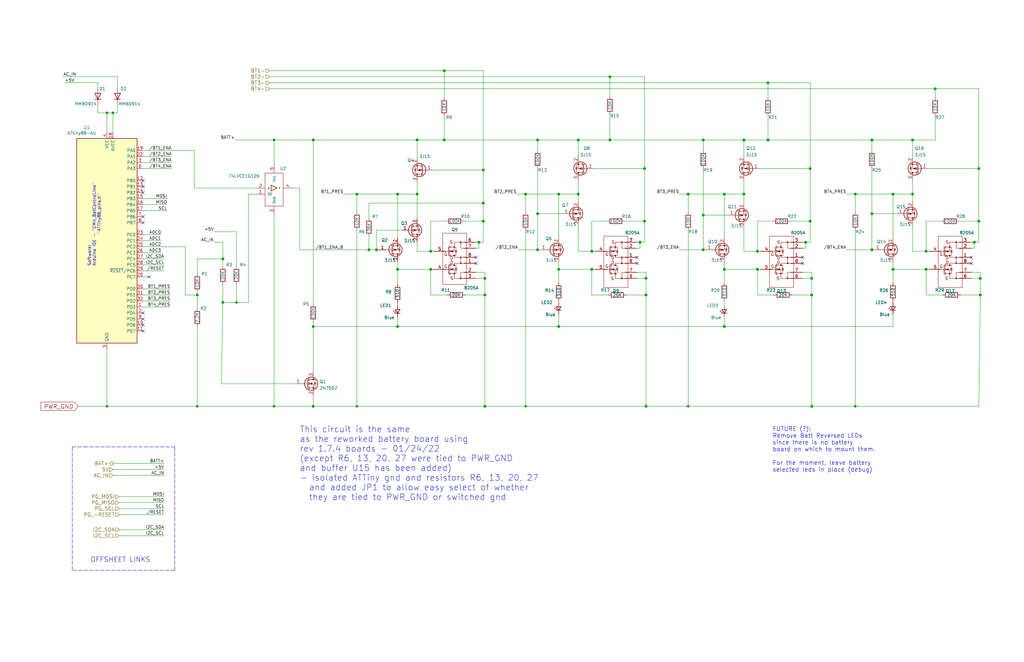
<source format=kicad_sch>
(kicad_sch (version 20211123) (generator eeschema)
  (paper "B")
  (title_block (title "ConnectBox CM4 for China Case") (date "2022-03-25") (rev "1.8.2") (comment 1 "JRA"))
  (junction (at 132.08 171.45) (diameter 1.016))
  (junction (at 93.98 127.635) (diameter 1.016))
  (junction (at 271.78 93.345) (diameter 1.016))
  (junction (at 390.525 106.045) (diameter 1.016))
  (junction (at 272.415 171.45) (diameter 1.016))
  (junction (at 187.325 59.055) (diameter 1.016))
  (junction (at 235.585 81.915) (diameter 1.016))
  (junction (at 313.69 59.055) (diameter 1.016))
  (junction (at 269.875 102.235) (diameter 1.016))
  (junction (at 296.545 105.41) (diameter 1.016))
  (junction (at 257.175 59.055) (diameter 1.016))
  (junction (at 319.405 106.045) (diameter 1.016))
  (junction (at 290.195 171.45))
  (junction (at 412.75 93.345) (diameter 1.016))
  (junction (at 342.265 117.475) (diameter 1.016))
  (junction (at 99.695 127.635))
  (junction (at 323.85 59.055) (diameter 1.016))
  (junction (at 412.75 71.12) (diameter 1.016))
  (junction (at 203.835 93.345) (diameter 1.016))
  (junction (at 93.98 109.22) (diameter 1.016))
  (junction (at 384.81 59.055) (diameter 1.016))
  (junction (at 272.415 124.46) (diameter 1.016))
  (junction (at 175.895 81.915) (diameter 1.016))
  (junction (at 181.61 113.665) (diameter 1.016))
  (junction (at 155.575 105.41) (diameter 1.016))
  (junction (at 342.265 124.46) (diameter 1.016))
  (junction (at 175.895 59.055) (diameter 1.016))
  (junction (at 226.695 90.17) (diameter 1.016))
  (junction (at 342.265 171.45) (diameter 1.016))
  (junction (at 305.435 137.795) (diameter 1.016))
  (junction (at 45.085 171.45))
  (junction (at 339.725 102.235) (diameter 1.016))
  (junction (at 45.085 47.625))
  (junction (at 158.75 105.41) (diameter 1.016))
  (junction (at 47.625 47.625))
  (junction (at 235.585 137.795) (diameter 1.016))
  (junction (at 221.615 171.45))
  (junction (at 367.665 105.41) (diameter 1.016))
  (junction (at 296.545 59.055) (diameter 1.016))
  (junction (at 305.435 81.915) (diameter 1.016))
  (junction (at 319.405 113.665) (diameter 1.016))
  (junction (at 360.68 81.915) (diameter 1.016))
  (junction (at 83.185 124.46) (diameter 1.016))
  (junction (at 204.47 171.45) (diameter 1.016))
  (junction (at 167.64 137.795) (diameter 1.016))
  (junction (at 341.63 93.345) (diameter 1.016))
  (junction (at 367.665 59.055) (diameter 1.016))
  (junction (at 243.84 59.055) (diameter 1.016))
  (junction (at 323.85 34.925) (diameter 1.016))
  (junction (at 203.835 71.755) (diameter 1.016))
  (junction (at 296.545 90.805) (diameter 1.016))
  (junction (at 305.435 113.665) (diameter 1.016))
  (junction (at 226.695 59.055) (diameter 1.016))
  (junction (at 203.835 85.725) (diameter 1.016))
  (junction (at 384.81 81.915) (diameter 1.016))
  (junction (at 167.64 113.665) (diameter 1.016))
  (junction (at 257.175 32.385) (diameter 1.016))
  (junction (at 271.78 71.12) (diameter 1.016))
  (junction (at 181.61 106.045) (diameter 1.016))
  (junction (at 376.555 81.915) (diameter 1.016))
  (junction (at 115.57 171.45))
  (junction (at 150.495 81.915) (diameter 1.016))
  (junction (at 132.08 137.795) (diameter 1.016))
  (junction (at 390.525 113.665) (diameter 1.016))
  (junction (at 249.555 113.665) (diameter 1.016))
  (junction (at 341.63 71.12) (diameter 1.016))
  (junction (at 132.08 59.055) (diameter 1.016))
  (junction (at 201.93 102.235) (diameter 1.016))
  (junction (at 413.385 124.46) (diameter 1.016))
  (junction (at 187.325 29.845) (diameter 1.016))
  (junction (at 376.555 113.665) (diameter 1.016))
  (junction (at 243.84 81.915) (diameter 1.016))
  (junction (at 235.585 113.665) (diameter 1.016))
  (junction (at 360.68 171.45))
  (junction (at 83.185 171.45))
  (junction (at 272.415 117.475) (diameter 1.016))
  (junction (at 115.57 59.055))
  (junction (at 367.665 90.17) (diameter 1.016))
  (junction (at 290.195 81.915) (diameter 1.016))
  (junction (at 167.64 81.915) (diameter 1.016))
  (junction (at 226.695 105.41) (diameter 1.016))
  (junction (at 394.335 37.465) (diameter 1.016))
  (junction (at 410.845 102.235) (diameter 1.016))
  (junction (at 204.47 117.475) (diameter 1.016))
  (junction (at 150.495 171.45))
  (junction (at 313.69 81.915) (diameter 1.016))
  (junction (at 413.385 117.475) (diameter 1.016))
  (junction (at 221.615 81.915) (diameter 1.016))
  (junction (at 249.555 106.045) (diameter 1.016))
  (junction (at 204.47 124.46) (diameter 1.016))
  (no_connect (at 200.66 111.125))
  (no_connect (at 60.325 139.7))
  (no_connect (at 200.66 108.585))
  (no_connect (at 409.575 111.125))
  (no_connect (at 268.605 111.125))
  (no_connect (at 60.325 137.16))
  (no_connect (at 409.575 108.585))
  (no_connect (at 338.455 108.585))
  (no_connect (at 60.325 78.74))
  (no_connect (at 60.325 91.44))
  (no_connect (at 60.325 76.2))
  (no_connect (at 268.605 108.585))
  (no_connect (at 338.455 111.125))
  (no_connect (at 62.865 116.84))
  (no_connect (at 60.325 81.28))
  (no_connect (at 60.325 134.62))
  (no_connect (at 60.325 93.98))
  (no_connect (at 60.325 132.08))
  (wire (pts (xy 99.695 127.635) (xy 104.775 127.635)))
  (wire (pts (xy 60.325 99.06) (xy 67.945 99.06)))
  (wire (pts (xy 175.895 76.835) (xy 175.895 81.915)))
  (polyline (pts (xy 73.66 240.665) (xy 30.48 240.665)) (stroke (width 0) (type dash)))
  (wire (pts (xy 132.08 137.795) (xy 132.08 156.845)))
  (wire (pts (xy 60.325 101.6) (xy 67.945 101.6)))
  (wire (pts (xy 413.385 114.935) (xy 413.385 117.475)))
  (wire (pts (xy 60.325 127) (xy 71.755 127)))
  (wire (pts (xy 155.575 105.41) (xy 158.75 105.41)))
  (wire (pts (xy 221.615 97.155) (xy 221.615 171.45)))
  (wire (pts (xy 376.555 110.49) (xy 376.555 113.665)))
  (wire (pts (xy 305.435 113.665) (xy 305.435 119.38)))
  (wire (pts (xy 167.64 81.915) (xy 175.895 81.915)))
  (wire (pts (xy 93.345 161.925) (xy 93.98 127.635)))
  (wire (pts (xy 123.19 79.375) (xy 126.365 79.375)))
  (wire (pts (xy 155.575 85.725) (xy 203.835 85.725)))
  (wire (pts (xy 155.575 92.075) (xy 155.575 85.725)))
  (wire (pts (xy 83.185 109.22) (xy 93.98 109.22)))
  (wire (pts (xy 268.605 114.935) (xy 272.415 114.935)))
  (wire (pts (xy 167.64 110.49) (xy 167.64 113.665)))
  (wire (pts (xy 62.865 116.84) (xy 60.325 116.84)))
  (wire (pts (xy 83.185 137.795) (xy 83.185 171.45)))
  (wire (pts (xy 333.375 93.345) (xy 341.63 93.345)))
  (wire (pts (xy 175.895 106.045) (xy 181.61 106.045)))
  (wire (pts (xy 341.63 93.345) (xy 341.63 102.235)))
  (wire (pts (xy 338.455 102.235) (xy 339.725 102.235)))
  (wire (pts (xy 338.455 104.775) (xy 339.725 104.775)))
  (wire (pts (xy 338.455 117.475) (xy 342.265 117.475)))
  (wire (pts (xy 132.08 167.005) (xy 132.08 171.45)))
  (wire (pts (xy 235.585 81.915) (xy 235.585 100.33)))
  (wire (pts (xy 391.16 71.12) (xy 412.75 71.12)))
  (wire (pts (xy 413.385 117.475) (xy 413.385 124.46)))
  (wire (pts (xy 60.325 114.3) (xy 69.215 114.3)))
  (wire (pts (xy 296.545 59.055) (xy 296.545 63.5)))
  (wire (pts (xy 150.495 81.915) (xy 150.495 89.535)))
  (wire (pts (xy 167.64 137.795) (xy 235.585 137.795)))
  (wire (pts (xy 290.195 97.155) (xy 290.195 171.45)))
  (wire (pts (xy 356.87 105.41) (xy 367.665 105.41)))
  (wire (pts (xy 60.325 86.36) (xy 70.485 86.36)))
  (wire (pts (xy 113.665 34.925) (xy 323.85 34.925)))
  (wire (pts (xy 323.85 34.925) (xy 341.63 34.925)))
  (wire (pts (xy 341.63 34.925) (xy 341.63 71.12)))
  (wire (pts (xy 249.555 106.045) (xy 250.825 106.045)))
  (wire (pts (xy 235.585 127) (xy 235.585 127.635)))
  (wire (pts (xy 50.165 212.09) (xy 69.215 212.09)))
  (wire (pts (xy 27.305 34.925) (xy 41.275 34.925)))
  (wire (pts (xy 226.695 71.12) (xy 226.695 90.17)))
  (wire (pts (xy 60.325 106.68) (xy 67.945 106.68)))
  (wire (pts (xy 360.68 81.915) (xy 376.555 81.915)))
  (wire (pts (xy 305.435 81.915) (xy 313.69 81.915)))
  (wire (pts (xy 50.165 223.52) (xy 69.215 223.52)))
  (wire (pts (xy 243.84 106.045) (xy 249.555 106.045)))
  (wire (pts (xy 413.385 124.46) (xy 412.75 171.45)))
  (wire (pts (xy 83.185 109.22) (xy 83.185 115.57)))
  (wire (pts (xy 226.695 90.17) (xy 226.695 105.41)))
  (wire (pts (xy 305.435 81.915) (xy 305.435 100.33)))
  (wire (pts (xy 83.185 171.45) (xy 115.57 171.45)))
  (wire (pts (xy 132.08 59.055) (xy 132.08 128.27)))
  (wire (pts (xy 412.75 37.465) (xy 412.75 71.12)))
  (wire (pts (xy 412.75 71.12) (xy 412.75 93.345)))
  (wire (pts (xy 60.325 63.5) (xy 81.915 63.5)))
  (wire (pts (xy 226.695 105.41) (xy 227.965 105.41)))
  (wire (pts (xy 367.665 59.055) (xy 384.81 59.055)))
  (wire (pts (xy 45.085 47.625) (xy 47.625 47.625)))
  (wire (pts (xy 367.665 71.12) (xy 367.665 90.17)))
  (wire (pts (xy 367.665 90.17) (xy 367.665 105.41)))
  (wire (pts (xy 200.66 114.935) (xy 204.47 114.935)))
  (wire (pts (xy 90.17 97.79) (xy 99.695 97.79)))
  (wire (pts (xy 319.405 93.345) (xy 319.405 106.045)))
  (wire (pts (xy 272.415 124.46) (xy 272.415 171.45)))
  (wire (pts (xy 226.695 90.17) (xy 237.49 90.17)))
  (wire (pts (xy 409.575 117.475) (xy 413.385 117.475)))
  (wire (pts (xy 47.625 47.625) (xy 47.625 55.88)))
  (wire (pts (xy 45.085 147.32) (xy 45.085 171.45)))
  (wire (pts (xy 268.605 102.235) (xy 269.875 102.235)))
  (wire (pts (xy 60.325 111.76) (xy 69.215 111.76)))
  (wire (pts (xy 256.54 124.46) (xy 249.555 124.46)))
  (wire (pts (xy 319.405 113.665) (xy 320.675 113.665)))
  (wire (pts (xy 296.545 105.41) (xy 297.815 105.41)))
  (wire (pts (xy 187.325 48.895) (xy 187.325 59.055)))
  (wire (pts (xy 175.895 81.915) (xy 175.895 92.075)))
  (wire (pts (xy 50.165 209.55) (xy 69.215 209.55)))
  (wire (pts (xy 272.415 117.475) (xy 272.415 124.46)))
  (wire (pts (xy 60.325 104.14) (xy 78.105 104.14)))
  (wire (pts (xy 341.63 71.12) (xy 341.63 93.345)))
  (wire (pts (xy 60.325 129.54) (xy 71.755 129.54)))
  (wire (pts (xy 181.61 124.46) (xy 181.61 113.665)))
  (wire (pts (xy 338.455 114.935) (xy 342.265 114.935)))
  (wire (pts (xy 409.575 102.235) (xy 410.845 102.235)))
  (wire (pts (xy 235.585 110.49) (xy 235.585 113.665)))
  (wire (pts (xy 195.58 93.345) (xy 203.835 93.345)))
  (wire (pts (xy 360.68 81.915) (xy 360.68 89.535)))
  (wire (pts (xy 226.695 59.055) (xy 243.84 59.055)))
  (wire (pts (xy 243.84 59.055) (xy 243.84 66.04)))
  (wire (pts (xy 60.325 66.04) (xy 72.39 66.04)))
  (wire (pts (xy 226.695 59.055) (xy 226.695 63.5)))
  (wire (pts (xy 376.555 113.665) (xy 390.525 113.665)))
  (wire (pts (xy 313.69 76.2) (xy 313.69 81.915)))
  (wire (pts (xy 313.69 81.915) (xy 313.69 85.725)))
  (wire (pts (xy 290.195 171.45) (xy 342.265 171.45)))
  (wire (pts (xy 49.53 36.83) (xy 49.53 32.385)))
  (wire (pts (xy 384.81 76.2) (xy 384.81 81.915)))
  (wire (pts (xy 26.67 32.385) (xy 49.53 32.385)))
  (wire (pts (xy 221.615 171.45) (xy 272.415 171.45)))
  (wire (pts (xy 47.625 200.66) (xy 69.215 200.66)))
  (wire (pts (xy 384.81 59.055) (xy 384.81 66.04)))
  (wire (pts (xy 290.195 81.915) (xy 305.435 81.915)))
  (wire (pts (xy 235.585 137.795) (xy 305.435 137.795)))
  (wire (pts (xy 60.325 88.9) (xy 70.485 88.9)))
  (wire (pts (xy 250.19 71.12) (xy 271.78 71.12)))
  (wire (pts (xy 113.665 37.465) (xy 394.335 37.465)))
  (wire (pts (xy 394.335 37.465) (xy 412.75 37.465)))
  (wire (pts (xy 412.75 102.235) (xy 410.845 102.235)))
  (wire (pts (xy 104.775 81.915) (xy 104.775 127.635)))
  (wire (pts (xy 243.84 59.055) (xy 257.175 59.055)))
  (wire (pts (xy 257.175 59.055) (xy 296.545 59.055)))
  (wire (pts (xy 249.555 124.46) (xy 249.555 113.665)))
  (wire (pts (xy 113.665 32.385) (xy 257.175 32.385)))
  (wire (pts (xy 257.175 32.385) (xy 271.78 32.385)))
  (wire (pts (xy 271.78 71.12) (xy 271.78 32.385)))
  (wire (pts (xy 390.525 93.345) (xy 390.525 106.045)))
  (wire (pts (xy 155.575 99.695) (xy 155.575 105.41)))
  (wire (pts (xy 313.69 59.055) (xy 323.85 59.055)))
  (wire (pts (xy 323.85 59.055) (xy 367.665 59.055)))
  (wire (pts (xy 33.02 171.45) (xy 45.085 171.45)))
  (wire (pts (xy 150.495 171.45) (xy 204.47 171.45)))
  (wire (pts (xy 47.625 198.12) (xy 69.215 198.12)))
  (wire (pts (xy 394.335 48.895) (xy 394.335 59.055)))
  (wire (pts (xy 150.495 81.915) (xy 167.64 81.915)))
  (wire (pts (xy 394.335 59.055) (xy 384.81 59.055)))
  (wire (pts (xy 305.435 127) (xy 305.435 128.905)))
  (wire (pts (xy 78.105 104.14) (xy 78.105 124.46)))
  (wire (pts (xy 167.64 113.665) (xy 181.61 113.665)))
  (wire (pts (xy 290.195 81.915) (xy 290.195 89.535)))
  (wire (pts (xy 255.905 93.345) (xy 249.555 93.345)))
  (wire (pts (xy 360.68 97.155) (xy 360.68 171.45)))
  (wire (pts (xy 187.325 29.845) (xy 187.325 41.275)))
  (wire (pts (xy 313.69 95.885) (xy 313.69 106.045)))
  (wire (pts (xy 167.64 127.635) (xy 167.64 128.905)))
  (wire (pts (xy 356.87 81.915) (xy 360.68 81.915)))
  (wire (pts (xy 412.75 93.345) (xy 412.75 102.235)))
  (wire (pts (xy 60.325 124.46) (xy 71.755 124.46)))
  (wire (pts (xy 200.66 117.475) (xy 204.47 117.475)))
  (wire (pts (xy 175.895 102.235) (xy 175.895 106.045)))
  (wire (pts (xy 269.875 102.235) (xy 269.875 104.775)))
  (wire (pts (xy 60.325 109.22) (xy 69.215 109.22)))
  (wire (pts (xy 263.525 93.345) (xy 271.78 93.345)))
  (wire (pts (xy 376.555 81.915) (xy 384.81 81.915)))
  (wire (pts (xy 326.39 124.46) (xy 319.405 124.46)))
  (wire (pts (xy 319.405 124.46) (xy 319.405 113.665)))
  (wire (pts (xy 188.595 124.46) (xy 181.61 124.46)))
  (wire (pts (xy 144.78 81.915) (xy 150.495 81.915)))
  (wire (pts (xy 93.98 127.635) (xy 99.695 127.635)))
  (wire (pts (xy 390.525 106.045) (xy 391.795 106.045)))
  (wire (pts (xy 394.335 37.465) (xy 394.335 41.275)))
  (wire (pts (xy 99.06 59.055) (xy 115.57 59.055)))
  (wire (pts (xy 132.08 59.055) (xy 175.895 59.055)))
  (wire (pts (xy 409.575 114.935) (xy 413.385 114.935)))
  (wire (pts (xy 158.75 97.155) (xy 158.75 105.41)))
  (wire (pts (xy 271.78 93.345) (xy 271.78 102.235)))
  (polyline (pts (xy 30.48 188.595) (xy 36.195 188.595)) (stroke (width 0) (type dash)))
  (wire (pts (xy 271.78 102.235) (xy 269.875 102.235)))
  (wire (pts (xy 243.84 81.915) (xy 235.585 81.915)))
  (wire (pts (xy 243.84 85.09) (xy 243.84 81.915)))
  (wire (pts (xy 286.385 81.915) (xy 290.195 81.915)))
  (wire (pts (xy 115.57 59.055) (xy 115.57 69.215)))
  (wire (pts (xy 132.08 171.45) (xy 115.57 171.45)))
  (wire (pts (xy 264.16 124.46) (xy 272.415 124.46)))
  (wire (pts (xy 115.57 90.805) (xy 115.57 171.45)))
  (wire (pts (xy 249.555 93.345) (xy 249.555 106.045)))
  (wire (pts (xy 221.615 81.915) (xy 235.585 81.915)))
  (wire (pts (xy 203.835 93.345) (xy 203.835 102.235)))
  (wire (pts (xy 342.265 171.45) (xy 360.68 171.45)))
  (polyline (pts (xy 35.56 188.595) (xy 73.66 188.595)) (stroke (width 0) (type dash)))
  (wire (pts (xy 405.13 124.46) (xy 413.385 124.46)))
  (wire (pts (xy 204.47 171.45) (xy 221.615 171.45)))
  (wire (pts (xy 376.555 81.915) (xy 376.555 100.33)))
  (wire (pts (xy 107.95 81.915) (xy 104.775 81.915)))
  (wire (pts (xy 126.365 105.41) (xy 155.575 105.41)))
  (wire (pts (xy 90.17 102.235) (xy 93.98 102.235)))
  (wire (pts (xy 93.98 102.235) (xy 93.98 109.22)))
  (wire (pts (xy 93.98 109.22) (xy 93.98 112.395)))
  (wire (pts (xy 271.78 71.12) (xy 271.78 93.345)))
  (wire (pts (xy 132.08 171.45) (xy 150.495 171.45)))
  (wire (pts (xy 175.895 59.055) (xy 175.895 66.675)))
  (wire (pts (xy 272.415 171.45) (xy 290.195 171.45)))
  (wire (pts (xy 181.61 93.345) (xy 181.61 106.045)))
  (wire (pts (xy 50.165 217.17) (xy 69.215 217.17)))
  (wire (pts (xy 83.185 124.46) (xy 83.185 130.175)))
  (wire (pts (xy 203.835 71.755) (xy 203.835 85.725)))
  (wire (pts (xy 203.835 85.725) (xy 203.835 93.345)))
  (wire (pts (xy 286.385 105.41) (xy 296.545 105.41)))
  (wire (pts (xy 376.555 127) (xy 376.555 127.635)))
  (wire (pts (xy 50.165 214.63) (xy 69.215 214.63)))
  (wire (pts (xy 47.625 195.58) (xy 69.215 195.58)))
  (wire (pts (xy 132.08 137.795) (xy 167.64 137.795)))
  (wire (pts (xy 167.64 133.985) (xy 167.64 137.795)))
  (wire (pts (xy 313.69 59.055) (xy 313.69 66.04)))
  (wire (pts (xy 60.325 68.58) (xy 72.39 68.58)))
  (wire (pts (xy 257.175 32.385) (xy 257.175 40.64)))
  (wire (pts (xy 204.47 114.935) (xy 204.47 117.475)))
  (wire (pts (xy 60.325 83.82) (xy 70.485 83.82)))
  (wire (pts (xy 167.64 113.665) (xy 167.64 120.015)))
  (wire (pts (xy 360.68 171.45) (xy 412.75 171.45)))
  (wire (pts (xy 158.75 105.41) (xy 160.02 105.41)))
  (wire (pts (xy 339.725 102.235) (xy 339.725 104.775)))
  (wire (pts (xy 323.85 34.925) (xy 323.85 41.275)))
  (wire (pts (xy 376.555 132.715) (xy 376.555 137.795)))
  (wire (pts (xy 221.615 81.915) (xy 221.615 89.535)))
  (wire (pts (xy 50.165 226.06) (xy 69.215 226.06)))
  (wire (pts (xy 60.325 121.92) (xy 71.755 121.92)))
  (wire (pts (xy 47.625 47.625) (xy 49.53 47.625)))
  (wire (pts (xy 384.81 95.25) (xy 384.81 106.045)))
  (wire (pts (xy 342.265 124.46) (xy 342.265 171.45)))
  (wire (pts (xy 181.61 106.045) (xy 182.88 106.045)))
  (wire (pts (xy 384.81 81.915) (xy 384.81 85.09)))
  (wire (pts (xy 404.495 93.345) (xy 412.75 93.345)))
  (wire (pts (xy 45.085 47.625) (xy 45.085 55.88)))
  (wire (pts (xy 396.875 93.345) (xy 390.525 93.345)))
  (wire (pts (xy 268.605 104.775) (xy 269.875 104.775)))
  (wire (pts (xy 99.695 97.79) (xy 99.695 112.395)))
  (wire (pts (xy 115.57 59.055) (xy 132.08 59.055)))
  (wire (pts (xy 409.575 104.775) (xy 410.845 104.775)))
  (wire (pts (xy 150.495 97.155) (xy 150.495 171.45)))
  (wire (pts (xy 60.325 71.12) (xy 72.39 71.12)))
  (wire (pts (xy 268.605 117.475) (xy 272.415 117.475)))
  (wire (pts (xy 93.98 120.015) (xy 93.98 127.635)))
  (wire (pts (xy 99.695 127.635) (xy 99.695 120.015)))
  (wire (pts (xy 175.895 59.055) (xy 187.325 59.055)))
  (wire (pts (xy 187.325 59.055) (xy 226.695 59.055)))
  (wire (pts (xy 296.545 90.805) (xy 307.34 90.805)))
  (wire (pts (xy 342.265 117.475) (xy 342.265 124.46)))
  (wire (pts (xy 342.265 114.935) (xy 342.265 117.475)))
  (wire (pts (xy 49.53 44.45) (xy 49.53 47.625)))
  (wire (pts (xy 113.665 29.845) (xy 187.325 29.845)))
  (wire (pts (xy 187.325 29.845) (xy 203.835 29.845)))
  (wire (pts (xy 203.835 29.845) (xy 203.835 71.755)))
  (wire (pts (xy 204.47 124.46) (xy 204.47 171.45)))
  (wire (pts (xy 41.275 36.83) (xy 41.275 34.925)))
  (wire (pts (xy 187.96 93.345) (xy 181.61 93.345)))
  (wire (pts (xy 181.61 113.665) (xy 182.88 113.665)))
  (wire (pts (xy 217.805 81.915) (xy 221.615 81.915)))
  (wire (pts (xy 45.085 171.45) (xy 83.185 171.45)))
  (wire (pts (xy 126.365 79.375) (xy 126.365 105.41)))
  (wire (pts (xy 305.435 110.49) (xy 305.435 113.665)))
  (wire (pts (xy 319.405 106.045) (xy 320.675 106.045)))
  (wire (pts (xy 341.63 102.235) (xy 339.725 102.235)))
  (wire (pts (xy 243.84 95.25) (xy 243.84 106.045)))
  (wire (pts (xy 397.51 124.46) (xy 390.525 124.46)))
  (wire (pts (xy 390.525 124.46) (xy 390.525 113.665)))
  (wire (pts (xy 367.665 105.41) (xy 368.935 105.41)))
  (wire (pts (xy 235.585 113.665) (xy 249.555 113.665)))
  (wire (pts (xy 218.44 105.41) (xy 226.695 105.41)))
  (wire (pts (xy 81.915 79.375) (xy 107.95 79.375)))
  (wire (pts (xy 410.845 102.235) (xy 410.845 104.775)))
  (wire (pts (xy 320.04 71.12) (xy 341.63 71.12)))
  (wire (pts (xy 249.555 113.665) (xy 250.825 113.665)))
  (wire (pts (xy 235.585 113.665) (xy 235.585 119.38)))
  (wire (pts (xy 296.545 59.055) (xy 313.69 59.055)))
  (wire (pts (xy 305.435 133.985) (xy 305.435 137.795)))
  (wire (pts (xy 41.275 47.625) (xy 45.085 47.625)))
  (wire (pts (xy 313.69 106.045) (xy 319.405 106.045)))
  (wire (pts (xy 93.345 161.925) (xy 124.46 161.925)))
  (wire (pts (xy 200.66 102.235) (xy 201.93 102.235)))
  (wire (pts (xy 376.555 113.665) (xy 376.555 119.38)))
  (wire (pts (xy 182.245 71.755) (xy 203.835 71.755)))
  (wire (pts (xy 196.215 124.46) (xy 204.47 124.46)))
  (wire (pts (xy 325.755 93.345) (xy 319.405 93.345)))
  (wire (pts (xy 305.435 137.795) (xy 376.555 137.795)))
  (wire (pts (xy 367.665 59.055) (xy 367.665 63.5)))
  (wire (pts (xy 257.175 48.26) (xy 257.175 59.055)))
  (wire (pts (xy 167.64 81.915) (xy 167.64 100.33)))
  (wire (pts (xy 201.93 102.235) (xy 201.93 104.775)))
  (wire (pts (xy 204.47 117.475) (xy 204.47 124.46)))
  (wire (pts (xy 41.275 44.45) (xy 41.275 47.625)))
  (wire (pts (xy 323.85 48.895) (xy 323.85 59.055)))
  (wire (pts (xy 81.915 63.5) (xy 81.915 79.375)))
  (wire (pts (xy 200.66 104.775) (xy 201.93 104.775)))
  (wire (pts (xy 296.545 71.12) (xy 296.545 90.805)))
  (wire (pts (xy 296.545 90.805) (xy 296.545 105.41)))
  (wire (pts (xy 83.185 124.46) (xy 78.105 124.46)))
  (wire (pts (xy 272.415 114.935) (xy 272.415 117.475)))
  (polyline (pts (xy 73.66 188.595) (xy 73.66 240.665)) (stroke (width 0) (type dash)))
  (wire (pts (xy 203.835 102.235) (xy 201.93 102.235)))
  (wire (pts (xy 158.75 97.155) (xy 169.545 97.155)))
  (polyline (pts (xy 30.48 240.665) (xy 30.48 188.595)) (stroke (width 0) (type dash)))
  (wire (pts (xy 305.435 113.665) (xy 319.405 113.665)))
  (wire (pts (xy 235.585 132.715) (xy 235.585 137.795)))
  (wire (pts (xy 384.81 106.045) (xy 390.525 106.045)))
  (wire (pts (xy 83.185 123.19) (xy 83.185 124.46)))
  (wire (pts (xy 367.665 90.17) (xy 378.46 90.17)))
  (wire (pts (xy 390.525 113.665) (xy 391.795 113.665)))
  (wire (pts (xy 334.01 124.46) (xy 342.265 124.46)))
  (wire (pts (xy 132.08 135.89) (xy 132.08 137.795)))
  (wire (pts (xy 243.84 76.2) (xy 243.84 81.915)))
  (text "This circuit is the same\nas the reworked battery board using\nrev 1.7.4 boards - 01/24/22\n(except R6, 13, 20, 27 were tied to PWR_GND\nand buffer U15 has been added)\n- Isolated ATTiny gnd and resistors R6, 13, 20, 27\n  and added JP1 to allow easy select of whether\n  they are tied to PWR_GND or switched gnd" (at 126.365 211.455 0) (effects (font (size 2.54 2.54)) (justify left bottom)))
  (text "FUTURE (?):\nRemove Batt Reversed LEDs\nsince there is no battery\nboard on which to mount them.\n\nFor the moment, leave battery\nselected leds in place (debug)" (at 325.755 199.39 0) (effects (font (size 1.778 1.778)) (justify left bottom)))
  (text "Software:\nArduino IDE - \"CM4_BatControl.ino\"\n              \"ATTiny88_pins.h\"" (at 42.545 112.395 90) (effects (font (size 1.27 1.27)) (justify left bottom)))
  (text "OFFSHEET LINKS" (at 38.1 237.49 0) (effects (font (size 2.032 2.032)) (justify left bottom)))
  (label "BT1_PRES" (at 144.78 81.915 180))
  (label "{slash}BT4_ENA" (at 72.39 71.12 180))
  (label "ADC3" (at 67.945 106.68 180))
  (label "{slash}RESET" (at 69.215 114.3 180))
  (label "ADC1" (at 67.945 101.6 180))
  (label "BT3_PRES" (at 286.385 81.915 180))
  (label "BATT+" (at 99.06 59.055 180))
  (label "{slash}BT1_ENA" (at 72.39 63.5 180))
  (label "SCL" (at 69.215 214.63 180))
  (label "MISO" (at 70.485 86.36 180))
  (label "ADC0" (at 67.945 99.06 180))
  (label "{slash}BT4_ENA" (at 356.87 105.41 180))
  (label "{slash}BT1_ENA_B" (at 144.78 105.41 180))
  (label "{slash}BT2_ENA" (at 218.44 105.41 180))
  (label "I2C_SCL" (at 69.215 111.76 180))
  (label "{slash}BT3_ENA" (at 72.39 68.58 180))
  (label "AC_IN" (at 90.17 102.235 180))
  (label "SCL" (at 70.485 88.9 180))
  (label "BT1_PRES" (at 71.755 121.92 180))
  (label "{slash}BT3_ENA" (at 286.385 105.41 180))
  (label "AC_IN" (at 26.67 32.385 0))
  (label "BATT+" (at 69.215 195.58 180))
  (label "{slash}BT2_ENA" (at 72.39 66.04 180))
  (label "+5V" (at 69.215 198.12 180))
  (label "AC_IN" (at 69.215 200.66 180))
  (label "MOSI" (at 69.215 209.55 180))
  (label "MOSI" (at 70.485 83.82 180))
  (label "BT4_PRES" (at 356.87 81.915 180))
  (label "I2C_SCL" (at 69.215 226.06 180))
  (label "ADC2" (at 67.945 104.14 180))
  (label "MISO" (at 69.215 212.09 180))
  (label "{slash}RESET" (at 69.215 217.17 180))
  (label "BT3_PRES" (at 71.755 127 180))
  (label "BT4_PRES" (at 71.755 129.54 180))
  (label "BT2_PRES" (at 71.755 124.46 180))
  (label "I2C_SDA" (at 69.215 223.52 180))
  (label "I2C_SDA" (at 69.215 109.22 180))
  (label "BT2_PRES" (at 217.805 81.915 180))
  (label "+5V" (at 90.17 97.79 180))
  (label "+5V" (at 27.305 34.925 0))
  (global_label "PWR_GND" (shape input) (at 33.02 171.45 180) (effects (font (size 1.778 1.778))) (property "Intersheet References" "${INTERSHEET_REFS}" (effects hide)))
  (hierarchical_label "BT1-" (shape input) (at 113.665 29.845 180) (effects (font (size 1.524 1.524))))
  (hierarchical_label "PG_MISO" (shape input) (at 50.165 212.09 180) (effects (font (size 1.524 1.524))))
  (hierarchical_label "PG_MOSI" (shape input) (at 50.165 209.55 180) (effects (font (size 1.524 1.524))))
  (hierarchical_label "PG_SCL" (shape input) (at 50.165 214.63 180) (effects (font (size 1.524 1.524))))
  (hierarchical_label "AC_IN" (shape input) (at 47.625 200.66 180) (effects (font (size 1.524 1.524))))
  (hierarchical_label "BAT+" (shape output) (at 47.625 195.58 180) (effects (font (size 1.524 1.524))))
  (hierarchical_label "BT3-" (shape input) (at 113.665 34.925 180) (effects (font (size 1.524 1.524))))
  (hierarchical_label "PG_-RESET" (shape input) (at 50.165 217.17 180) (effects (font (size 1.524 1.524))))
  (hierarchical_label "BT4-" (shape input) (at 113.665 37.465 180) (effects (font (size 1.524 1.524))))
  (hierarchical_label "5V" (shape input) (at 47.625 198.12 180) (effects (font (size 1.524 1.524))))
  (hierarchical_label "I2C_SDA" (shape input) (at 50.165 223.52 180) (effects (font (size 1.524 1.524))))
  (hierarchical_label "I2C_SCL" (shape input) (at 50.165 226.06 180) (effects (font (size 1.524 1.524))))
  (hierarchical_label "BT2-" (shape input) (at 113.665 32.385 180) (effects (font (size 1.524 1.524))))
  (symbol (lib_name "8205AV_1") (lib_id "Custom_1:8205AV") (at 403.225 108.585 180) (unit 1)
    (property "Reference" "Q17" (at 400.685 122.7624 0))
    (property "Value" "8205A" (at 407.67 98.2387 0))
    (property "Footprint" "Package_SO:TSSOP-8_4.4x3mm_P0.65mm" (effects hide))
    (property "Datasheet" "https://html.alldatasheet.com/html-pdf/1152898/KIA/8205A/60/1/8205A.html" (effects hide))
    (property "DigiKey P/N" "[none - from AliExpress|" (effects hide))
  )
  (symbol (lib_id "CustomComponents:Q_PMOS_GSD") (at 316.23 71.12 180) (unit 1)
    (property "Reference" "Q12" (at 318.643 62.5915 0) (effects (justify left)))
    (property "Value" "3J15" (at 319.278 65.3666 0) (effects (justify left)))
    (property "Footprint" "Package_TO_SOT_SMD:SOT-323_SC-70" (effects hide))
    (property "Manufacturer P/N" "SSM3J15FU,LF" (effects hide))
    (property "DigiKey P/N" "SSM3J15FULFCT-ND" (effects hide))
    (property "Manufacturer" "Toshiba" (effects hide))
    (property "Description" "P-Channel 30 V 100mA (Ta) 150mW (Ta) Surface Mount USM" (effects hide))
  )
  (symbol (lib_name "8205AV_1") (lib_id "Custom_1:8205AV") (at 332.105 108.585 180) (unit 1)
    (property "Reference" "Q13" (at 329.565 122.7624 0))
    (property "Value" "8205A" (at 336.55 98.2387 0))
    (property "Footprint" "Package_SO:TSSOP-8_4.4x3mm_P0.65mm" (effects hide))
    (property "Datasheet" "https://html.alldatasheet.com/html-pdf/1152898/KIA/8205A/60/1/8205A.html" (effects hide))
    (property "DigiKey P/N" "[none - from AliExpress|" (effects hide))
  )
  (symbol (lib_id "Device:LED_Small") (at 235.585 130.175 90) (unit 1)
    (property "Reference" "LED2" (at 233.045 127.635 90) (effects (justify left)))
    (property "Value" "Blue" (at 234.315 132.715 90) (effects (justify left)))
    (property "Footprint" "LED_SMD:LED_0603_1608Metric" (effects hide))
    (property "Manufacturer" "Liteon" (effects hide))
    (property "Manufacturer P/N" "LTST-S270TBKT" (effects hide))
    (property "Description" "LED BLUE CLEAR 0603 SMD - RA" (effects hide))
    (property "DigiKey P/N" "160-1650-1-ND" (effects hide))
    (property "Type" "SMD" (effects hide))
  )
  (symbol (lib_name "8205AV_1") (lib_id "Custom_1:8205AV") (at 194.31 111.125 0) (mirror y) (unit 1)
    (property "Reference" "Q5" (at 191.77 96.9476 0))
    (property "Value" "8205A" (at 198.755 121.4713 0))
    (property "Footprint" "Package_SO:TSSOP-8_4.4x3mm_P0.65mm" (effects hide))
    (property "Datasheet" "https://html.alldatasheet.com/html-pdf/1152898/KIA/8205A/60/1/8205A.html" (effects hide))
    (property "DigiKey P/N" "[none - from AliExpress|" (effects hide))
  )
  (symbol (lib_id "Device:R") (at 226.695 67.31 0) (unit 1)
    (property "Reference" "R13" (at 228.727 71.755 0))
    (property "Value" "100K" (at 226.695 67.31 90))
    (property "Footprint" "Resistor_SMD:R_0603_1608Metric" (effects hide))
    (property "Manufacturer" "Yageo" (effects hide))
    (property "Manufacturer P/N" "RC0603FR-07100KL" (effects hide))
    (property "Description" "RES SMD 100K OHM 1% 1/8W 0603" (effects hide))
    (property "DigiKey P/N" "311-100KHRCT-ND" (effects hide))
    (property "Type" "SMD" (effects hide))
  )
  (symbol (lib_id "Device:R") (at 394.335 45.085 0) (unit 1)
    (property "Reference" "R27" (at 396.367 49.53 0))
    (property "Value" "10K" (at 394.335 45.085 90))
    (property "Footprint" "Resistor_SMD:R_0603_1608Metric" (effects hide))
    (property "Manufacturer" "Yageo" (effects hide))
    (property "Manufacturer P/N" "RC0603FR-0710KL" (effects hide))
    (property "Description" "RES SMD 10K OHM 1% 1/8W 0603" (effects hide))
    (property "DigiKey P/N" "311-10KHRCT-ND" (effects hide))
    (property "Type" "SMD" (effects hide))
  )
  (symbol (lib_id "CustomComponents:Q_PMOS_GSD") (at 311.15 90.805 0) (mirror x) (unit 1)
    (property "Reference" "Q11" (at 306.832 87.2685 0) (effects (justify left)))
    (property "Value" "3J15" (at 308.102 95.2884 0) (effects (justify left)))
    (property "Footprint" "Package_TO_SOT_SMD:SOT-323_SC-70" (effects hide))
    (property "Manufacturer P/N" "SSM3J15FU,LF" (effects hide))
    (property "DigiKey P/N" "SSM3J15FULFCT-ND" (effects hide))
    (property "Manufacturer" "Toshiba" (effects hide))
    (property "Description" "P-Channel 30 V 100mA (Ta) 150mW (Ta) Surface Mount USM" (effects hide))
  )
  (symbol (lib_id "Device:R") (at 305.435 123.19 0) (unit 1)
    (property "Reference" "R20" (at 301.625 122.555 0))
    (property "Value" "510" (at 305.435 123.19 90))
    (property "Footprint" "Resistor_SMD:R_0603_1608Metric" (effects hide))
    (property "Manufacturer" "Yageo" (effects hide))
    (property "Manufacturer P/N" "RC0603FR-07510RL" (effects hide))
    (property "Description" "RES SMD 510 OHM 1% 1/8W 0603" (effects hide))
    (property "DigiKey P/N" "311-510HRCT-ND" (effects hide))
    (property "Type" "SMD" (effects hide))
  )
  (symbol (lib_id "CustomComponents:Q_PMOS_GSD") (at 241.3 90.17 0) (mirror x) (unit 1)
    (property "Reference" "Q7" (at 236.982 86.6335 0) (effects (justify left)))
    (property "Value" "3J15" (at 238.252 94.6534 0) (effects (justify left)))
    (property "Footprint" "Package_TO_SOT_SMD:SOT-323_SC-70" (effects hide))
    (property "Manufacturer P/N" "SSM3J15FU,LF" (effects hide))
    (property "DigiKey P/N" "SSM3J15FULFCT-ND" (effects hide))
    (property "Manufacturer" "Toshiba" (effects hide))
    (property "Description" "P-Channel 30 V 100mA (Ta) 150mW (Ta) Surface Mount USM" (effects hide))
  )
  (symbol (lib_id "Device:R") (at 167.64 123.825 0) (unit 1)
    (property "Reference" "R8" (at 163.83 123.19 0))
    (property "Value" "510" (at 167.64 123.825 90))
    (property "Footprint" "Resistor_SMD:R_0603_1608Metric" (effects hide))
    (property "Manufacturer" "Yageo" (effects hide))
    (property "Manufacturer P/N" "RC0603FR-07510RL" (effects hide))
    (property "Description" "RES SMD 1K OHM 1% 1/8W 0603" (effects hide))
    (property "DigiKey P/N" "311-510HRCT-ND" (effects hide))
    (property "Type" "SMD" (effects hide))
  )
  (symbol (lib_id "Device:R") (at 260.35 124.46 90) (unit 1)
    (property "Reference" "R17" (at 255.27 122.428 90))
    (property "Value" "20K" (at 260.35 124.46 90))
    (property "Footprint" "Resistor_SMD:R_0603_1608Metric" (effects hide))
    (property "Manufacturer" "Yageo" (effects hide))
    (property "Manufacturer P/N" "RC0603FR-0720KL" (effects hide))
    (property "Description" "RES SMD 20K OHM 1% 1/8W 0603" (effects hide))
    (property "DigiKey P/N" "311-20.0KHRCT-ND" (effects hide))
    (property "Type" "SMD" (effects hide))
  )
  (symbol (lib_id "Custom_1:74LVCE1G126") (at 115.57 79.375 0) (unit 1)
    (property "Reference" "U2" (at 119.38 71.12 0))
    (property "Value" "74LVCE1G126" (at 102.87 74.295 0))
    (property "Footprint" "Package_TO_SOT_SMD:SOT-23-5" (effects hide))
    (property "Datasheet" "https://www.diodes.com/assets/Datasheets/74LVCE1G126.pdf" (effects hide))
    (property "Manufacturer" "Diodes Inc" (effects hide))
    (property "Manufacturer P/N" "74LVCE1G126W5-7" (effects hide))
    (property "DigiKey P/N" "74LVCE1G126W5-7DICT-ND" (effects hide))
    (property "Description" "IC BUFFER NON-INVERT 5.5V SOT25" (effects hide))
    (property "Type" "SMD" (effects hide))
  )
  (symbol (lib_id "CustomComponents:Q_PMOS_GSD") (at 382.27 90.17 0) (mirror x) (unit 1)
    (property "Reference" "Q15" (at 377.952 87.2685 0) (effects (justify left)))
    (property "Value" "3J15" (at 379.222 94.6534 0) (effects (justify left)))
    (property "Footprint" "Package_TO_SOT_SMD:SOT-323_SC-70" (effects hide))
    (property "Manufacturer P/N" "SSM3J15FU,LF" (effects hide))
    (property "DigiKey P/N" "SSM3J15FULFCT-ND" (effects hide))
    (property "Manufacturer" "Toshiba" (effects hide))
    (property "Description" "P-Channel 30 V 100mA (Ta) 150mW (Ta) Surface Mount USM" (effects hide))
  )
  (symbol (lib_id "Device:R") (at 187.325 45.085 0) (unit 1)
    (property "Reference" "R9" (at 189.357 49.53 0))
    (property "Value" "10K" (at 187.325 45.085 90))
    (property "Footprint" "Resistor_SMD:R_0603_1608Metric" (effects hide))
    (property "Manufacturer" "Yageo" (effects hide))
    (property "Manufacturer P/N" "RC0603FR-0710KL" (effects hide))
    (property "Description" "RES SMD 10K OHM 1% 1/8W 0603" (effects hide))
    (property "DigiKey P/N" "311-10KHRCT-ND" (effects hide))
    (property "Type" "SMD" (effects hide))
  )
  (symbol (lib_id "CustomComponents:Q_PMOS_GSD") (at 246.38 71.12 180) (unit 1)
    (property "Reference" "Q8" (at 248.793 62.5915 0) (effects (justify left)))
    (property "Value" "3J15" (at 249.428 65.3666 0) (effects (justify left)))
    (property "Footprint" "Package_TO_SOT_SMD:SOT-323_SC-70" (effects hide))
    (property "Manufacturer P/N" "SSM3J15FU,LF" (effects hide))
    (property "DigiKey P/N" "SSM3J15FULFCT-ND" (effects hide))
    (property "Manufacturer" "Toshiba" (effects hide))
    (property "Description" "P-Channel 30 V 100mA (Ta) 150mW (Ta) Surface Mount USM" (effects hide))
  )
  (symbol (lib_id "Device:R") (at 323.85 45.085 0) (unit 1)
    (property "Reference" "R21" (at 325.882 49.53 0))
    (property "Value" "10K" (at 323.85 45.085 90))
    (property "Footprint" "Resistor_SMD:R_0603_1608Metric" (effects hide))
    (property "Manufacturer" "Yageo" (effects hide))
    (property "Manufacturer P/N" "RC0603FR-0710KL" (effects hide))
    (property "Description" "RES SMD 10K OHM 1% 1/8W 0603" (effects hide))
    (property "DigiKey P/N" "311-10KHRCT-ND" (effects hide))
    (property "Type" "SMD" (effects hide))
  )
  (symbol (lib_id "Device:R") (at 83.185 133.985 0) (unit 1)
    (property "Reference" "R2" (at 85.852 130.175 0))
    (property "Value" "2.2K" (at 83.185 133.985 90))
    (property "Footprint" "Resistor_SMD:R_0603_1608Metric" (effects hide))
    (property "Manufacturer" "Yageo" (effects hide))
    (property "Manufacturer P/N" "RC0603FR-072K2L" (effects hide))
    (property "Description" "RES SMD 2.2K OHM 1% 1/8W 0603" (effects hide))
    (property "DigiKey P/N" "311-2.20KHRCT-ND" (effects hide))
    (property "Type" "SMD" (effects hide))
  )
  (symbol (lib_id "Device:R") (at 400.685 93.345 90) (unit 1)
    (property "Reference" "R28" (at 405.13 91.313 90))
    (property "Value" "100K" (at 400.685 93.345 90))
    (property "Footprint" "Resistor_SMD:R_0603_1608Metric" (effects hide))
    (property "Manufacturer" "Yageo" (effects hide))
    (property "Manufacturer P/N" "RC0603FR-07100KL" (effects hide))
    (property "Description" "RES SMD 100K OHM 1% 1/8W 0603" (effects hide))
    (property "DigiKey P/N" "311-100KHRCT-ND" (effects hide))
    (property "Type" "SMD" (effects hide))
  )
  (symbol (lib_id "Device:Q_NMOS_GSD") (at 129.54 161.925 0) (unit 1)
    (property "Reference" "Q1" (at 134.747 161.0165 0) (effects (justify left)))
    (property "Value" "2N7002" (at 134.747 163.7916 0) (effects (justify left)))
    (property "Footprint" "Package_TO_SOT_SMD:SOT-23" (effects hide))
    (property "Manufacturer" "Toshiba" (effects hide))
    (property "Manufacturer P/N" "T2N7002BK,LM" (effects hide))
    (property "Description" "N-Channel 400mA (Ta) 320mW (Ta) Surface Mount SOT-23-3" (effects hide))
    (property "DigiKey P/N" "T2N7002BKLMCT-ND (alt: T2N7002AKLMCT-ND)" (effects hide))
  )
  (symbol (lib_id "Device:R") (at 99.695 116.205 0) (unit 1)
    (property "Reference" "R4" (at 102.362 111.76 0))
    (property "Value" "20K" (at 99.695 116.205 90))
    (property "Footprint" "Resistor_SMD:R_0603_1608Metric" (effects hide))
    (property "Manufacturer" "Yageo" (effects hide))
    (property "Manufacturer P/N" "RC0603FR-0720KL" (effects hide))
    (property "Description" "RES SMD 20K OHM 1% 1/8W 0603" (effects hide))
    (property "DigiKey P/N" "311-20.0KHRCT-ND" (effects hide))
    (property "Type" "SMD" (effects hide))
  )
  (symbol (lib_id "MCU_Microchip_ATtiny:ATtiny88-AU") (at 45.085 101.6 0) (unit 1)
    (property "Reference" "U1" (at 37.9729 53.8491 0) (effects (justify right)))
    (property "Value" "ATtiny88-AU" (at 40.5129 56.1478 0) (effects (justify right)))
    (property "Footprint" "Package_QFP:TQFP-32_7x7mm_P0.8mm" (effects hide))
    (property "Datasheet" "http://ww1.microchip.com/downloads/en/DeviceDoc/doc8008.pdf" (effects hide))
    (property "Manufacturer" "Microchip Technology" (effects hide))
    (property "Manufacturer P/N" "ATTINY88-AU" (effects hide))
    (property "Description" "AVR series Microcontroller IC 8-Bit 12MHz 8KB (" (effects hide))
    (property "DigiKey P/N" "ATTINY88-AU-ND" (effects hide))
    (property "Type" "SMD" (effects hide))
  )
  (symbol (lib_id "CustomComponents:Q_PMOS_GSD") (at 387.35 71.12 180) (unit 1)
    (property "Reference" "Q16" (at 389.763 62.5915 0) (effects (justify left)))
    (property "Value" "3J15" (at 390.398 65.3666 0) (effects (justify left)))
    (property "Footprint" "Package_TO_SOT_SMD:SOT-323_SC-70" (effects hide))
    (property "Manufacturer P/N" "SSM3J15FU,LF" (effects hide))
    (property "DigiKey P/N" "SSM3J15FULFCT-ND" (effects hide))
    (property "Manufacturer" "Toshiba" (effects hide))
    (property "Description" "P-Channel 30 V 100mA (Ta) 150mW (Ta) Surface Mount USM" (effects hide))
  )
  (symbol (lib_id "Device:R") (at 296.545 67.31 0) (unit 1)
    (property "Reference" "R19" (at 298.577 71.755 0))
    (property "Value" "100K" (at 296.545 67.31 90))
    (property "Footprint" "Resistor_SMD:R_0603_1608Metric" (effects hide))
    (property "Manufacturer" "Yageo" (effects hide))
    (property "Manufacturer P/N" "RC0603FR-07100KL" (effects hide))
    (property "Description" "RES SMD 100K OHM 1% 1/8W 0603" (effects hide))
    (property "DigiKey P/N" "311-100KHRCT-ND" (effects hide))
    (property "Type" "SMD" (effects hide))
  )
  (symbol (lib_id "Device:LED_Small") (at 167.64 131.445 90) (unit 1)
    (property "Reference" "LED1" (at 165.1 128.905 90) (effects (justify left)))
    (property "Value" "Blue" (at 166.37 133.985 90) (effects (justify left)))
    (property "Footprint" "LED_SMD:LED_0603_1608Metric" (effects hide))
    (property "Manufacturer" "Liteon" (effects hide))
    (property "Manufacturer P/N" "LTST-S270TBKT" (effects hide))
    (property "Description" "LED BLUE CLEAR 0603 SMD - RA" (effects hide))
    (property "DigiKey P/N" "160-1650-1-ND" (effects hide))
    (property "Type" "SMD" (effects hide))
  )
  (symbol (lib_id "Device:R") (at 191.77 93.345 90) (unit 1)
    (property "Reference" "R10" (at 196.215 91.313 90))
    (property "Value" "100K" (at 191.77 93.345 90))
    (property "Footprint" "Resistor_SMD:R_0603_1608Metric" (effects hide))
    (property "Manufacturer" "Yageo" (effects hide))
    (property "Manufacturer P/N" "RC0603FR-07100KL" (effects hide))
    (property "Description" "RES SMD 100K OHM 1% 1/8W 0603" (effects hide))
    (property "DigiKey P/N" "311-100KHRCT-ND" (effects hide))
    (property "Type" "SMD" (effects hide))
  )
  (symbol (lib_id "Device:LED_Small") (at 305.435 131.445 90) (unit 1)
    (property "Reference" "LED3" (at 302.895 128.905 90) (effects (justify left)))
    (property "Value" "Blue" (at 304.165 133.985 90) (effects (justify left)))
    (property "Footprint" "LED_SMD:LED_0603_1608Metric" (effects hide))
    (property "Manufacturer" "Liteon" (effects hide))
    (property "Manufacturer P/N" "LTST-S270TBKT" (effects hide))
    (property "Description" "LED BLUE CLEAR 0603 SMD - RA" (effects hide))
    (property "DigiKey P/N" "160-1650-1-ND" (effects hide))
    (property "Type" "SMD" (effects hide))
  )
  (symbol (lib_id "Device:R") (at 290.195 93.345 0) (unit 1)
    (property "Reference" "R18" (at 292.227 97.79 0))
    (property "Value" "10K" (at 290.195 93.345 90))
    (property "Footprint" "Resistor_SMD:R_0603_1608Metric" (effects hide))
    (property "Manufacturer" "Yageo" (effects hide))
    (property "Manufacturer P/N" "RC0603FR-0710KL" (effects hide))
    (property "Description" "RES SMD 10K OHM 1% 1/8W 0603" (effects hide))
    (property "DigiKey P/N" "311-10KHRCT-ND" (effects hide))
    (property "Type" "SMD" (effects hide))
  )
  (symbol (lib_id "Device:R") (at 192.405 124.46 90) (unit 1)
    (property "Reference" "R11" (at 187.96 122.428 90))
    (property "Value" "20K" (at 192.405 124.46 90))
    (property "Footprint" "Resistor_SMD:R_0603_1608Metric" (effects hide))
    (property "Manufacturer" "Yageo" (effects hide))
    (property "Manufacturer P/N" "RC0603FR-0720KL" (effects hide))
    (property "Description" "RES SMD 20K OHM 1% 1/8W 0603" (effects hide))
    (property "DigiKey P/N" "311-20.0KHRCT-ND" (effects hide))
    (property "Type" "SMD" (effects hide))
  )
  (symbol (lib_id "Device:R") (at 83.185 119.38 180) (unit 1)
    (property "Reference" "R1" (at 86.233 115.57 0))
    (property "Value" "10K" (at 83.185 119.38 90))
    (property "Footprint" "Resistor_SMD:R_0603_1608Metric" (effects hide))
    (property "Manufacturer" "Yageo" (effects hide))
    (property "Manufacturer P/N" "RC0603FR-0710KL" (effects hide))
    (property "Description" "RES SMD 10K OHM 1% 1/8W 0603" (effects hide))
    (property "DigiKey P/N" "311-10.0KHRCT-ND" (effects hide))
    (property "Type" "SMD" (effects hide))
  )
  (symbol (lib_id "Device:R") (at 155.575 95.885 0) (unit 1)
    (property "Reference" "R7" (at 158.242 91.44 0))
    (property "Value" "36K" (at 155.575 95.885 90))
    (property "Footprint" "Resistor_SMD:R_0603_1608Metric" (effects hide))
    (property "Manufacturer" "Yageo" (effects hide))
    (property "Manufacturer P/N" "RC0603FR-0736KL" (effects hide))
    (property "Description" "RES SMD 36K OHM 1% 1/8W 0603" (effects hide))
    (property "DigiKey P/N" "311-36.0KHRCT-ND" (effects hide))
    (property "Type" "SMD" (effects hide))
  )
  (symbol (lib_id "Device:R") (at 401.32 124.46 90) (unit 1)
    (property "Reference" "R29" (at 396.24 122.428 90))
    (property "Value" "20K" (at 401.32 124.46 90))
    (property "Footprint" "Resistor_SMD:R_0603_1608Metric" (effects hide))
    (property "Manufacturer" "Yageo" (effects hide))
    (property "Manufacturer P/N" "RC0603FR-0720KL" (effects hide))
    (property "Description" "RES SMD 20K OHM 1% 1/8W 0603" (effects hide))
    (property "DigiKey P/N" "311-20.0KHRCT-ND" (effects hide))
    (property "Type" "SMD" (effects hide))
  )
  (symbol (lib_id "Device:Q_PMOS_GSD") (at 165.1 105.41 0) (mirror x) (unit 1)
    (property "Reference" "Q2" (at 160.782 101.3265 0) (effects (justify left)))
    (property "Value" "3J15" (at 162.052 109.8166 0) (effects (justify left)))
    (property "Footprint" "Package_TO_SOT_SMD:SOT-323_SC-70" (effects hide))
    (property "Manufacturer P/N" "SSM3J15FU,LF" (effects hide))
    (property "DigiKey P/N" "SSM3J15FULFCT-ND" (effects hide))
    (property "Manufacturer" "Toshiba" (effects hide))
    (property "Description" "P-Channel 30 V 100mA (Ta) 150mW (Ta) Surface Mount USM" (effects hide))
  )
  (symbol (lib_id "Device:Q_PMOS_GSD") (at 233.045 105.41 0) (mirror x) (unit 1)
    (property "Reference" "Q6" (at 229.997 100.6915 0) (effects (justify left)))
    (property "Value" "3J15" (at 229.997 109.8166 0) (effects (justify left)))
    (property "Footprint" "Package_TO_SOT_SMD:SOT-323_SC-70" (effects hide))
    (property "Manufacturer P/N" "SSM3J15FU,LF" (effects hide))
    (property "DigiKey P/N" "SSM3J15FULFCT-ND" (effects hide))
    (property "Manufacturer" "Toshiba" (effects hide))
    (property "Description" "P-Channel 30 V 100mA (Ta) 150mW (Ta) Surface Mount USM" (effects hide))
  )
  (symbol (lib_id "Device:R") (at 259.715 93.345 90) (unit 1)
    (property "Reference" "R16" (at 264.16 91.313 90))
    (property "Value" "100K" (at 259.715 93.345 90))
    (property "Footprint" "Resistor_SMD:R_0603_1608Metric" (effects hide))
    (property "Manufacturer" "Yageo" (effects hide))
    (property "Manufacturer P/N" "RC0603FR-07100KL" (effects hide))
    (property "Description" "RES SMD 100K OHM 1% 1/8W 0603" (effects hide))
    (property "DigiKey P/N" "311-100KHRCT-ND" (effects hide))
    (property "Type" "SMD" (effects hide))
  )
  (symbol (lib_id "Diode:1N914") (at 41.275 40.64 90) (unit 1)
    (property "Reference" "D1" (at 43.18 37.465 90))
    (property "Value" "MMBD914" (at 36.195 43.815 90))
    (property "Footprint" "Diode_SMD:D_SOT-23_ANK" (effects hide))
    (property "Datasheet" "http://www.vishay.com/docs/85622/1n914.pdf" (effects hide))
    (property "Manufacturer" "ON Semiconductor" (effects hide))
    (property "Manufacturer P/N" "MMBD914LT1G" (effects hide))
    (property "Description" "DIODE GEN PURP 100V 200MA SOT23" (effects hide))
    (property "DigiKey P/N" "MMBD914LT1GOSCT-ND" (effects hide))
    (property "Type" "SMD" (effects hide))
  )
  (symbol (lib_id "Device:LED_Small") (at 376.555 130.175 90) (unit 1)
    (property "Reference" "LED4" (at 374.015 127.635 90) (effects (justify left)))
    (property "Value" "Blue" (at 375.285 132.715 90) (effects (justify left)))
    (property "Footprint" "LED_SMD:LED_0603_1608Metric" (effects hide))
    (property "Manufacturer" "Liteon" (effects hide))
    (property "Manufacturer P/N" "LTST-S270TBKT" (effects hide))
    (property "Description" "LED BLUE CLEAR 0603 SMD - RA" (effects hide))
    (property "DigiKey P/N" "160-1650-1-ND" (effects hide))
    (property "Type" "SMD" (effects hide))
  )
  (symbol (lib_id "CustomComponents:Q_PMOS_GSD") (at 173.355 97.155 0) (mirror x) (unit 1)
    (property "Reference" "Q3" (at 169.037 94.2535 0) (effects (justify left)))
    (property "Value" "3J15" (at 170.307 101.6384 0) (effects (justify left)))
    (property "Footprint" "Package_TO_SOT_SMD:SOT-323_SC-70" (effects hide))
    (property "Manufacturer P/N" "SSM3J15FU,LF" (effects hide))
    (property "DigiKey P/N" "SSM3J15FULFCT-ND" (effects hide))
    (property "Manufacturer" "Toshiba" (effects hide))
    (property "Description" "P-Channel 30 V 100mA (Ta) 150mW (Ta) Surface Mount USM" (effects hide))
  )
  (symbol (lib_id "Device:R") (at 132.08 132.08 0) (unit 1)
    (property "Reference" "R5" (at 129.032 128.27 0))
    (property "Value" "100K" (at 132.08 132.08 90))
    (property "Footprint" "Resistor_SMD:R_0603_1608Metric" (effects hide))
    (property "Manufacturer" "Yageo" (effects hide))
    (property "Manufacturer P/N" "RC0603FR-07100KL" (effects hide))
    (property "Description" "RES SMD 100K OHM 1% 1/8W 0603" (effects hide))
    (property "DigiKey P/N" "311-100KHRCT-ND" (effects hide))
    (property "Type" "SMD" (effects hide))
  )
  (symbol (lib_id "Device:R") (at 376.555 123.19 0) (unit 1)
    (property "Reference" "R26" (at 372.745 122.555 0))
    (property "Value" "510" (at 376.555 123.19 90))
    (property "Footprint" "Resistor_SMD:R_0603_1608Metric" (effects hide))
    (property "Manufacturer" "Yageo" (effects hide))
    (property "Manufacturer P/N" "RC0603FR-07510RL" (effects hide))
    (property "Description" "RES SMD 510 OHM 1% 1/8W 0603" (effects hide))
    (property "DigiKey P/N" "311-510HRCT-ND" (effects hide))
    (property "Type" "SMD" (effects hide))
  )
  (symbol (lib_id "Device:R") (at 360.68 93.345 0) (unit 1)
    (property "Reference" "R24" (at 362.712 97.79 0))
    (property "Value" "10K" (at 360.68 93.345 90))
    (property "Footprint" "Resistor_SMD:R_0603_1608Metric" (effects hide))
    (property "Manufacturer" "Yageo" (effects hide))
    (property "Manufacturer P/N" "RC0603FR-0710KL" (effects hide))
    (property "Description" "RES SMD 10K OHM 1% 1/8W 0603" (effects hide))
    (property "DigiKey P/N" "311-10KHRCT-ND" (effects hide))
    (property "Type" "SMD" (effects hide))
  )
  (symbol (lib_id "Device:R") (at 257.175 44.45 0) (unit 1)
    (property "Reference" "R15" (at 259.207 48.895 0))
    (property "Value" "10K" (at 257.175 44.45 90))
    (property "Footprint" "Resistor_SMD:R_0603_1608Metric" (effects hide))
    (property "Manufacturer" "Yageo" (effects hide))
    (property "Manufacturer P/N" "RC0603FR-0710KL" (effects hide))
    (property "Description" "RES SMD 10K OHM 1% 1/8W 0603" (effects hide))
    (property "DigiKey P/N" "311-10KHRCT-ND" (effects hide))
    (property "Type" "SMD" (effects hide))
  )
  (symbol (lib_id "Device:Q_PMOS_GSD") (at 374.015 105.41 0) (mirror x) (unit 1)
    (property "Reference" "Q14" (at 369.697 101.9615 0) (effects (justify left)))
    (property "Value" "3J15" (at 370.967 109.8166 0) (effects (justify left)))
    (property "Footprint" "Package_TO_SOT_SMD:SOT-323_SC-70" (effects hide))
    (property "Manufacturer P/N" "SSM3J15FU,LF" (effects hide))
    (property "DigiKey P/N" "SSM3J15FULFCT-ND" (effects hide))
    (property "Manufacturer" "Toshiba" (effects hide))
    (property "Description" "P-Channel 30 V 100mA (Ta) 150mW (Ta) Surface Mount USM" (effects hide))
  )
  (symbol (lib_name "8205AV_1") (lib_id "Custom_1:8205AV") (at 262.255 108.585 180) (unit 1)
    (property "Reference" "Q9" (at 259.715 122.7624 0))
    (property "Value" "8205A" (at 266.7 98.2387 0))
    (property "Footprint" "Package_SO:TSSOP-8_4.4x3mm_P0.65mm" (effects hide))
    (property "Datasheet" "https://html.alldatasheet.com/html-pdf/1152898/KIA/8205A/60/1/8205A.html" (effects hide))
    (property "DigiKey P/N" "[none - from AliExpress|" (effects hide))
  )
  (symbol (lib_id "Diode:1N914") (at 49.53 40.64 90) (unit 1)
    (property "Reference" "D2" (at 52.07 37.465 90))
    (property "Value" "MMBD914" (at 54.61 43.815 90))
    (property "Footprint" "Diode_SMD:D_SOT-23_ANK" (effects hide))
    (property "Datasheet" "http://www.vishay.com/docs/85622/1n914.pdf" (effects hide))
    (property "Manufacturer" "ON Semiconductor" (effects hide))
    (property "Manufacturer P/N" "MMBD914LT1G" (effects hide))
    (property "Description" "DIODE GEN PURP 100V 200MA SOT23" (effects hide))
    (property "DigiKey P/N" "MMBD914LT1GOSCT-ND" (effects hide))
    (property "Type" "SMD" (effects hide))
  )
  (symbol (lib_id "Device:Q_PMOS_GSD") (at 302.895 105.41 0) (mirror x) (unit 1)
    (property "Reference" "Q10" (at 298.577 101.9615 0) (effects (justify left)))
    (property "Value" "3J15" (at 299.847 109.8166 0) (effects (justify left)))
    (property "Footprint" "Package_TO_SOT_SMD:SOT-323_SC-70" (effects hide))
    (property "Manufacturer P/N" "SSM3J15FU,LF" (effects hide))
    (property "DigiKey P/N" "SSM3J15FULFCT-ND" (effects hide))
    (property "Manufacturer" "Toshiba" (effects hide))
    (property "Description" "P-Channel 30 V 100mA (Ta) 150mW (Ta) Surface Mount USM" (effects hide))
  )
  (symbol (lib_id "Device:R") (at 235.585 123.19 0) (unit 1)
    (property "Reference" "R14" (at 231.775 122.555 0))
    (property "Value" "510" (at 235.585 123.19 90))
    (property "Footprint" "Resistor_SMD:R_0603_1608Metric" (effects hide))
    (property "Manufacturer" "Yageo" (effects hide))
    (property "Manufacturer P/N" "RC0603FR-07510RL" (effects hide))
    (property "Description" "RES SMD 510 OHM 1% 1/8W 0603" (effects hide))
    (property "DigiKey P/N" "311-510HRCT-ND" (effects hide))
    (property "Type" "SMD" (effects hide))
  )
  (symbol (lib_id "CustomComponents:Q_PMOS_GSD") (at 178.435 71.755 180) (unit 1)
    (property "Reference" "Q4" (at 174.498 67.6715 0) (effects (justify left)))
    (property "Value" "3J15" (at 181.483 66.0016 0) (effects (justify left)))
    (property "Footprint" "Package_TO_SOT_SMD:SOT-323_SC-70" (effects hide))
    (property "Manufacturer P/N" "SSM3J15FU,LF" (effects hide))
    (property "DigiKey P/N" "SSM3J15FULFCT-ND" (effects hide))
    (property "Manufacturer" "Toshiba" (effects hide))
    (property "Description" "P-Channel 30 V 100mA (Ta) 150mW (Ta) Surface Mount USM" (effects hide))
  )
  (symbol (lib_id "Device:R") (at 93.98 116.205 0) (unit 1)
    (property "Reference" "R3" (at 96.647 111.76 0))
    (property "Value" "20K" (at 93.98 116.205 90))
    (property "Footprint" "Resistor_SMD:R_0603_1608Metric" (effects hide))
    (property "Manufacturer" "Yageo" (effects hide))
    (property "Manufacturer P/N" "RC0603FR-0720KL" (effects hide))
    (property "Description" "RES SMD 20K OHM 1% 1/8W 0603" (effects hide))
    (property "DigiKey P/N" "311-20.0KHRCT-ND" (effects hide))
    (property "Type" "SMD" (effects hide))
  )
  (symbol (lib_id "Device:R") (at 329.565 93.345 90) (unit 1)
    (property "Reference" "R22" (at 334.01 91.313 90))
    (property "Value" "100K" (at 329.565 93.345 90))
    (property "Footprint" "Resistor_SMD:R_0603_1608Metric" (effects hide))
    (property "Manufacturer" "Yageo" (effects hide))
    (property "Manufacturer P/N" "RC0603FR-07100KL" (effects hide))
    (property "Description" "RES SMD 100K OHM 1% 1/8W 0603" (effects hide))
    (property "DigiKey P/N" "311-100KHRCT-ND" (effects hide))
    (property "Type" "SMD" (effects hide))
  )
  (symbol (lib_id "Device:R") (at 221.615 93.345 0) (unit 1)
    (property "Reference" "R12" (at 223.647 97.79 0))
    (property "Value" "10K" (at 221.615 93.345 90))
    (property "Footprint" "Resistor_SMD:R_0603_1608Metric" (effects hide))
    (property "Manufacturer" "Yageo" (effects hide))
    (property "Manufacturer P/N" "RC0603FR-0710KL" (effects hide))
    (property "Description" "RES SMD 10K OHM 1% 1/8W 0603" (effects hide))
    (property "DigiKey P/N" "311-10KHRCT-ND" (effects hide))
    (property "Type" "SMD" (effects hide))
  )
  (symbol (lib_id "Device:R") (at 150.495 93.345 0) (unit 1)
    (property "Reference" "R6" (at 152.527 97.79 0))
    (property "Value" "10K" (at 150.495 93.345 90))
    (property "Footprint" "Resistor_SMD:R_0603_1608Metric" (effects hide))
    (property "Manufacturer" "Yageo" (effects hide))
    (property "Manufacturer P/N" "RC0603FR-0710KL" (effects hide))
    (property "Description" "RES SMD 10K OHM 1% 1/8W 0603" (effects hide))
    (property "DigiKey P/N" "311-10KHRCT-ND" (effects hide))
    (property "Type" "SMD" (effects hide))
  )
  (symbol (lib_id "Device:R") (at 330.2 124.46 90) (unit 1)
    (property "Reference" "R23" (at 325.12 122.428 90))
    (property "Value" "20K" (at 330.2 124.46 90))
    (property "Footprint" "Resistor_SMD:R_0603_1608Metric" (effects hide))
    (property "Manufacturer" "Yageo" (effects hide))
    (property "Manufacturer P/N" "RC0603FR-0720KL" (effects hide))
    (property "Description" "RES SMD 20K OHM 1% 1/8W 0603" (effects hide))
    (property "DigiKey P/N" "311-20.0KHRCT-ND" (effects hide))
    (property "Type" "SMD" (effects hide))
  )
  (symbol (lib_id "Device:R") (at 367.665 67.31 0) (unit 1)
    (property "Reference" "R25" (at 369.697 71.755 0))
    (property "Value" "100K" (at 367.665 67.31 90))
    (property "Footprint" "Resistor_SMD:R_0603_1608Metric" (effects hide))
    (property "Manufacturer" "Yageo" (effects hide))
    (property "Manufacturer P/N" "RC0603FR-07100KL" (effects hide))
    (property "Description" "RES SMD 100K OHM 1% 1/8W 0603" (effects hide))
    (property "DigiKey P/N" "311-100KHRCT-ND" (effects hide))
    (property "Type" "SMD" (effects hide))
  )
)
</source>
